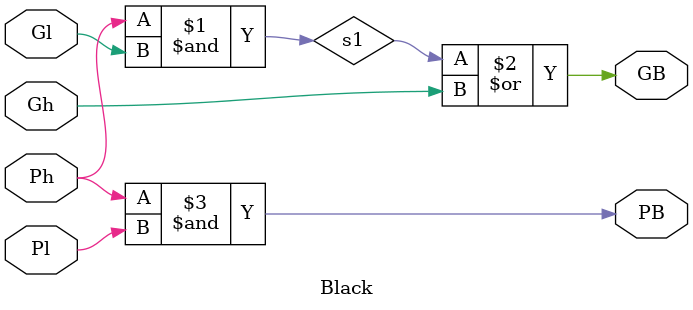
<source format=v>
module Black(Gh, Ph, Gl, Pl, GB, PB);
  input Gh, Ph, Gl, Pl;
  output GB, PB;

  wire s1;
  assign s1 = Ph & Gl;
  assign GB = s1 | Gh;
  assign PB = Ph & Pl;

endmodule


</source>
